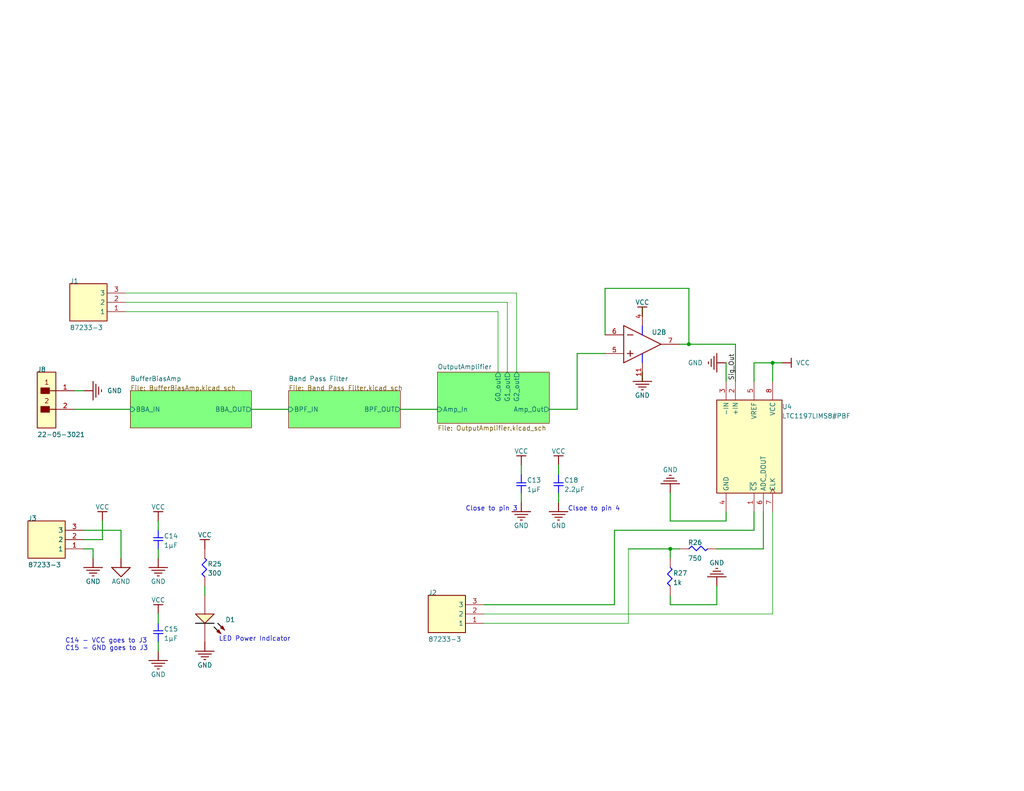
<source format=kicad_sch>
(kicad_sch (version 20230121) (generator eeschema)
  (paper "A")
  (lib_symbols
    (symbol "AcousticsSingleChannel-altium-import:AGND" (power)
      (property "Reference" "#PWR" (at 0 0 0))
      (property "Value" "AGND" (at 0 6.35 0))
      (symbol "AGND_0_0"
        (polyline (pts (xy 0 0) (xy 0 -2.54)) (stroke (width 0.254)))
        (polyline (pts (xy -2.54 -2.54) (xy 2.54 -2.54) (xy 0 -5.08) (xy -2.54 -2.54)) (stroke (width 0.254)))
        (pin power_in line (at 0 0 0) (length 0) hide (name "AGND") (number ""))
      )
    )
    (symbol "AcousticsSingleChannel-altium-import:GND" (power)
      (property "Reference" "#PWR" (at 0 0 0))
      (property "Value" "GND" (at 0 6.35 0))
      (symbol "GND_0_0"
        (polyline (pts (xy -2.54 -2.54) (xy 2.54 -2.54)) (stroke (width 0.254)))
        (polyline (pts (xy -1.778 -3.302) (xy 1.778 -3.302)) (stroke (width 0.254)))
        (polyline (pts (xy -1.016 -4.064) (xy 1.016 -4.064)) (stroke (width 0.254)))
        (polyline (pts (xy -0.254 -4.826) (xy 0.254 -4.826)) (stroke (width 0.254)))
        (polyline (pts (xy 0 0) (xy 0 -2.54)) (stroke (width 0.254)))
        (pin power_in line (at 0 0 0) (length 0) hide (name "GND") (number ""))
      )
    )
    (symbol "AcousticsSingleChannel-altium-import:VCC" (power)
      (property "Reference" "#PWR" (at 0 0 0))
      (property "Value" "VCC" (at 0 3.81 0))
      (symbol "VCC_0_0"
        (polyline (pts (xy -1.27 -2.54) (xy 1.27 -2.54)) (stroke (width 0.254)))
        (polyline (pts (xy 0 0) (xy 0 -2.54)) (stroke (width 0.254)))
        (pin power_in line (at 0 0 0) (length 0) hide (name "VCC") (number ""))
      )
    )
    (symbol "AcousticsSingleChannel-altium-import:root_0_3bc925449376181038e59eaffc5286c"
      (symbol "root_0_3bc925449376181038e59eaffc5286c_1_0"
        (rectangle (start -6.858 -4.318) (end -9.144 -5.842) (stroke (width 0.254)) (fill (type outline)))
        (rectangle (start -6.858 0.762) (end -9.144 -0.762) (stroke (width 0.254)) (fill (type outline)))
        (rectangle (start -5.08 5.08) (end -10.16 -10.16) (stroke (width 0.254)) (fill (type background)))
        (polyline (pts (xy -6.858 -5.08) (xy -5.08 -5.08)) (stroke (width 0.254)))
        (polyline (pts (xy -6.858 0) (xy -5.08 0)) (stroke (width 0.254)))
        (text "1" (at -6.858 3.048 0) (effects (font (size 1.27 1.27)) (justify right top)))
        (text "2" (at -6.858 -2.032 0) (effects (font (size 1.27 1.27)) (justify right top)))
        (pin passive line (at 0 0 180) (length 5.08) (name "1") (number "1"))
        (pin passive line (at 0 -5.08 180) (length 5.08) (name "2") (number "2"))
      )
    )
    (symbol "AcousticsSingleChannel-altium-import:root_0_ERJ-3EKF7500V"
      (symbol "root_0_ERJ-3EKF7500V_1_0"
        (polyline (pts (xy -1.778 0.762) (xy -2.54 0)) (stroke (width 0.254) (color 0 0 255 1)))
        (polyline (pts (xy -1.778 0.762) (xy -0.508 -0.508) (xy 0.762 0.762) (xy 2.032 -0.508) (xy 2.54 0)) (stroke (width 0.254) (color 0 0 255 1)))
        (pin passive line (at -5.08 0 0) (length 2.54) (name "1") (number "1"))
        (pin passive line (at 5.08 0 180) (length 2.54) (name "2") (number "2"))
      )
    )
    (symbol "AcousticsSingleChannel-altium-import:root_0_GCM188R70J225KE22D"
      (symbol "root_0_GCM188R70J225KE22D_1_0"
        (polyline (pts (xy -1.27 -0.508) (xy 1.27 -0.508)) (stroke (width 0.254) (color 0 0 255 1)))
        (polyline (pts (xy -1.27 0.254) (xy 1.27 0.254)) (stroke (width 0.254) (color 0 0 255 1)))
        (polyline (pts (xy 0 -2.54) (xy 0 -0.508)) (stroke (width 0.254) (color 0 0 255 1)))
        (polyline (pts (xy 0 0.254) (xy 0 2.54)) (stroke (width 0.254) (color 0 0 255 1)))
        (pin passive line (at 0 2.54 270) (length 0) (name "1") (number "1"))
        (pin passive line (at 0 -2.54 90) (length 0) (name "2") (number "2"))
      )
    )
    (symbol "AcousticsSingleChannel-altium-import:root_0_GRM185C80J105KE26D"
      (symbol "root_0_GRM185C80J105KE26D_1_0"
        (polyline (pts (xy -1.27 -0.508) (xy 1.27 -0.508)) (stroke (width 0.254) (color 0 0 255 1)))
        (polyline (pts (xy -1.27 0.254) (xy 1.27 0.254)) (stroke (width 0.254) (color 0 0 255 1)))
        (polyline (pts (xy 0 -2.54) (xy 0 -0.508)) (stroke (width 0.254) (color 0 0 255 1)))
        (polyline (pts (xy 0 0.254) (xy 0 2.54)) (stroke (width 0.254) (color 0 0 255 1)))
        (pin passive line (at 0 2.54 270) (length 0) (name "1") (number "1"))
        (pin passive line (at 0 -2.54 90) (length 0) (name "2") (number "2"))
      )
    )
    (symbol "AcousticsSingleChannel-altium-import:root_0_TI-OPA16X4_4XXX-14"
      (symbol "root_0_TI-OPA16X4_4XXX-14_0_0"
        (pin power_in line (at 5.08 -15.24 90) (length 5.08) (name "V-") (number "11"))
        (pin power_in line (at 5.08 5.08 270) (length 5.08) (name "V+") (number "4"))
      )
      (symbol "root_0_TI-OPA16X4_4XXX-14_1_0"
        (polyline (pts (xy 0 -10.16) (xy 10.16 -5.08)) (stroke (width 0.254)))
        (polyline (pts (xy 0 0) (xy 0 -10.16)) (stroke (width 0.254)))
        (polyline (pts (xy 0 0) (xy 10.16 -5.08)) (stroke (width 0.254)))
        (polyline (pts (xy 1.016 -7.62) (xy 2.54 -7.62)) (stroke (width 0.254)))
        (polyline (pts (xy 1.016 -2.54) (xy 2.54 -2.54)) (stroke (width 0.254)))
        (polyline (pts (xy 1.778 -6.858) (xy 1.778 -8.382)) (stroke (width 0.254)))
        (polyline (pts (xy 5.08 -7.62) (xy 5.08 -10.16)) (stroke (width 0.254) (color 0 0 255 1)))
        (polyline (pts (xy 5.08 0) (xy 5.08 -2.54)) (stroke (width 0.254) (color 0 0 255 1)))
        (pin output line (at 15.24 -5.08 180) (length 5.08) (name "OUT_A") (number "1"))
        (pin input line (at -5.08 -2.54 0) (length 5.08) (name "IN_A-") (number "2"))
        (pin input line (at -5.08 -7.62 0) (length 5.08) (name "IN_A+") (number "3"))
      )
      (symbol "root_0_TI-OPA16X4_4XXX-14_2_0"
        (polyline (pts (xy 0 -10.16) (xy 10.16 -5.08)) (stroke (width 0.254)))
        (polyline (pts (xy 0 0) (xy 0 -10.16)) (stroke (width 0.254)))
        (polyline (pts (xy 0 0) (xy 10.16 -5.08)) (stroke (width 0.254)))
        (polyline (pts (xy 1.016 -7.62) (xy 2.54 -7.62)) (stroke (width 0.254)))
        (polyline (pts (xy 1.016 -2.54) (xy 2.54 -2.54)) (stroke (width 0.254)))
        (polyline (pts (xy 1.778 -6.858) (xy 1.778 -8.382)) (stroke (width 0.254)))
        (polyline (pts (xy 5.08 -7.62) (xy 5.08 -10.16)) (stroke (width 0.254) (color 0 0 255 1)))
        (polyline (pts (xy 5.08 0) (xy 5.08 -2.54)) (stroke (width 0.254) (color 0 0 255 1)))
        (pin input line (at -5.08 -7.62 0) (length 5.08) (name "IN_B+") (number "5"))
        (pin input line (at -5.08 -2.54 0) (length 5.08) (name "IN_B-") (number "6"))
        (pin output line (at 15.24 -5.08 180) (length 5.08) (name "OUT_B") (number "7"))
      )
      (symbol "root_0_TI-OPA16X4_4XXX-14_3_0"
        (polyline (pts (xy 0 -10.16) (xy 10.16 -5.08)) (stroke (width 0.254)))
        (polyline (pts (xy 0 0) (xy 0 -10.16)) (stroke (width 0.254)))
        (polyline (pts (xy 0 0) (xy 10.16 -5.08)) (stroke (width 0.254)))
        (polyline (pts (xy 1.016 -7.62) (xy 2.54 -7.62)) (stroke (width 0.254)))
        (polyline (pts (xy 1.016 -2.54) (xy 2.54 -2.54)) (stroke (width 0.254)))
        (polyline (pts (xy 1.778 -6.858) (xy 1.778 -8.382)) (stroke (width 0.254)))
        (polyline (pts (xy 5.08 -7.62) (xy 5.08 -10.16)) (stroke (width 0.254) (color 0 0 255 1)))
        (polyline (pts (xy 5.08 0) (xy 5.08 -2.54)) (stroke (width 0.254) (color 0 0 255 1)))
        (pin input line (at -5.08 -7.62 0) (length 5.08) (name "IN_C+") (number "10"))
        (pin output line (at 15.24 -5.08 180) (length 5.08) (name "OUT_C") (number "8"))
        (pin input line (at -5.08 -2.54 0) (length 5.08) (name "IN_C-") (number "9"))
      )
      (symbol "root_0_TI-OPA16X4_4XXX-14_4_0"
        (polyline (pts (xy 0 -10.16) (xy 10.16 -5.08)) (stroke (width 0.254)))
        (polyline (pts (xy 0 0) (xy 0 -10.16)) (stroke (width 0.254)))
        (polyline (pts (xy 0 0) (xy 10.16 -5.08)) (stroke (width 0.254)))
        (polyline (pts (xy 1.016 -7.62) (xy 2.54 -7.62)) (stroke (width 0.254)))
        (polyline (pts (xy 1.016 -2.54) (xy 2.54 -2.54)) (stroke (width 0.254)))
        (polyline (pts (xy 1.778 -6.858) (xy 1.778 -8.382)) (stroke (width 0.254)))
        (polyline (pts (xy 5.08 -7.62) (xy 5.08 -10.16)) (stroke (width 0.254) (color 0 0 255 1)))
        (polyline (pts (xy 5.08 0) (xy 5.08 -2.54)) (stroke (width 0.254) (color 0 0 255 1)))
        (pin input line (at -5.08 -7.62 0) (length 5.08) (name "IN_D+") (number "12"))
        (pin input line (at -5.08 -2.54 0) (length 5.08) (name "IN_D-") (number "13"))
        (pin output line (at 15.24 -5.08 180) (length 5.08) (name "OUT_D") (number "14"))
      )
    )
    (symbol "AcousticsSingleChannel-altium-import:root_1_ERJ-3EKF1001V"
      (symbol "root_1_ERJ-3EKF1001V_1_0"
        (polyline (pts (xy -0.762 -1.778) (xy 0 -2.54)) (stroke (width 0.254) (color 0 0 255 1)))
        (polyline (pts (xy -0.762 -1.778) (xy 0.508 -0.508) (xy -0.762 0.762) (xy 0.508 2.032) (xy 0 2.54)) (stroke (width 0.254) (color 0 0 255 1)))
        (pin passive line (at 0 -5.08 90) (length 2.54) (name "1") (number "1"))
        (pin passive line (at 0 5.08 270) (length 2.54) (name "2") (number "2"))
      )
    )
    (symbol "AcousticsSingleChannel-altium-import:root_1_ERJ-3EKF3000V"
      (symbol "root_1_ERJ-3EKF3000V_1_0"
        (polyline (pts (xy -0.762 -1.778) (xy 0 -2.54)) (stroke (width 0.254) (color 0 0 255 1)))
        (polyline (pts (xy -0.762 -1.778) (xy 0.508 -0.508) (xy -0.762 0.762) (xy 0.508 2.032) (xy 0 2.54)) (stroke (width 0.254) (color 0 0 255 1)))
        (pin passive line (at 0 -5.08 90) (length 2.54) (name "1") (number "1"))
        (pin passive line (at 0 5.08 270) (length 2.54) (name "2") (number "2"))
      )
    )
    (symbol "AcousticsSingleChannel-altium-import:root_2_87233-3"
      (symbol "root_2_87233-3_1_0"
        (rectangle (start 5.08 5.08) (end -5.08 -5.08) (stroke (width 0.254)) (fill (type background)))
        (pin power_in line (at 10.16 -2.54 180) (length 5.08) (name "1") (number "1"))
        (pin power_in line (at 10.16 0 180) (length 5.08) (name "2") (number "2"))
        (pin power_in line (at 10.16 2.54 180) (length 5.08) (name "3") (number "3"))
      )
    )
    (symbol "AcousticsSingleChannel-altium-import:root_2_GCM188R71C105KA64D"
      (symbol "root_2_GCM188R71C105KA64D_1_0"
        (polyline (pts (xy 0 -0.254) (xy 0 -2.54)) (stroke (width 0.254) (color 0 0 255 1)))
        (polyline (pts (xy 0 2.54) (xy 0 0.508)) (stroke (width 0.254) (color 0 0 255 1)))
        (polyline (pts (xy 1.27 -0.254) (xy -1.27 -0.254)) (stroke (width 0.254) (color 0 0 255 1)))
        (polyline (pts (xy 1.27 0.508) (xy -1.27 0.508)) (stroke (width 0.254) (color 0 0 255 1)))
        (pin passive line (at 0 -2.54 90) (length 0) (name "1") (number "1"))
        (pin passive line (at 0 2.54 270) (length 0) (name "2") (number "2"))
      )
    )
    (symbol "AcousticsSingleChannel-altium-import:root_3_LED-RED-AK-2"
      (symbol "root_3_LED-RED-AK-2_1_0"
        (polyline (pts (xy 0 -3.556) (xy 1.778 -5.334)) (stroke (width 0.254) (color 0 0 0 1)))
        (polyline (pts (xy 0 -2.54) (xy -5.08 -2.54)) (stroke (width 0.254) (color 0 0 0 1)))
        (polyline (pts (xy 1.016 -2.54) (xy 2.794 -4.318)) (stroke (width 0.254) (color 0 0 0 1)))
        (polyline (pts (xy -5.08 0) (xy -2.54 -2.54) (xy 0 0) (xy -5.08 0)) (stroke (width 0.254)) (fill (type background)))
        (polyline (pts (xy 1.778 -5.334) (xy 1.27 -4.318) (xy 0.762 -4.826) (xy 1.778 -5.334)) (stroke (width 0.254)) (fill (type outline)))
        (polyline (pts (xy 2.794 -4.318) (xy 2.286 -3.302) (xy 1.778 -3.81) (xy 2.794 -4.318)) (stroke (width 0.254)) (fill (type outline)))
        (pin passive line (at -2.54 5.08 270) (length 5.08) (name "A") (number "1"))
        (pin passive line (at -2.54 -7.62 90) (length 5.08) (name "K") (number "2"))
      )
    )
    (symbol "AcousticsSingleChannel-altium-import:root_3_b4ff916109b4f52b6d17af6699a3653"
      (symbol "root_3_b4ff916109b4f52b6d17af6699a3653_1_0"
        (rectangle (start 2.54 -5.08) (end -15.24 -30.48) (stroke (width 0.254)) (fill (type background)))
        (pin input line (at -5.08 -35.56 90) (length 5.08) (name "~{CS}") (number "1"))
        (pin passive line (at -10.16 0 270) (length 5.08) (name "+IN") (number "2"))
        (pin passive line (at -12.7 0 270) (length 5.08) (name "-IN") (number "3"))
        (pin power_in line (at -12.7 -35.56 90) (length 5.08) (name "GND") (number "4"))
        (pin passive line (at -5.08 0 270) (length 5.08) (name "VREF") (number "5"))
        (pin output line (at -2.54 -35.56 90) (length 5.08) (name "ADC_DOUT") (number "6"))
        (pin input clock (at 0 -35.56 90) (length 5.08) (name "CLK") (number "7"))
        (pin power_in line (at 0 0 270) (length 5.08) (name "VCC") (number "8"))
      )
    )
  )
  (junction (at 182.88 149.86))
  (junction (at 187.96 93.98))
  (junction (at 210.82 99.06))
  (wire (pts (xy 20.32 111.76) (xy 35.56 111.76)) (stroke (width 0.254)))
  (wire (pts (xy 138.43 82.55) (xy 34.29 82.55)))
  (wire (pts (xy 22.86 106.68) (xy 20.32 106.68)) (stroke (width 0.254)))
  (wire (pts (xy 27.94 147.32) (xy 22.86 147.32)) (stroke (width 0.254)))
  (wire (pts (xy 152.4 134.62) (xy 152.4 137.16)) (stroke (width 0.254)))
  (wire (pts (xy 138.43 101.6) (xy 138.43 82.55)))
  (wire (pts (xy 132.08 167.64) (xy 210.82 167.64)))
  (wire (pts (xy 182.88 142.24) (xy 182.88 134.62)) (stroke (width 0.254)))
  (wire (pts (xy 43.18 149.86) (xy 43.18 152.4)) (stroke (width 0.254)))
  (wire (pts (xy 171.45 149.86) (xy 182.88 149.86)) (stroke (width 0.254)))
  (wire (pts (xy 157.48 96.52) (xy 165.1 96.52)) (stroke (width 0.254)))
  (wire (pts (xy 140.97 80.01) (xy 34.29 80.01)))
  (wire (pts (xy 198.12 104.14) (xy 198.12 99.06)) (stroke (width 0.254)))
  (wire (pts (xy 25.4 149.86) (xy 22.86 149.86)) (stroke (width 0.254)))
  (wire (pts (xy 210.82 99.06) (xy 205.74 99.06)) (stroke (width 0.254)))
  (wire (pts (xy 43.18 144.78) (xy 43.18 142.24)) (stroke (width 0.254)))
  (wire (pts (xy 68.58 111.76) (xy 78.74 111.76)) (stroke (width 0.254)))
  (wire (pts (xy 182.88 162.56) (xy 182.88 165.1)) (stroke (width 0.254)))
  (wire (pts (xy 195.58 165.1) (xy 195.58 160.02)) (stroke (width 0.254)))
  (wire (pts (xy 165.1 78.74) (xy 165.1 91.44)) (stroke (width 0.254)))
  (wire (pts (xy 33.02 144.78) (xy 22.86 144.78)) (stroke (width 0.254)))
  (wire (pts (xy 208.28 149.86) (xy 208.28 139.7)) (stroke (width 0.254)))
  (wire (pts (xy 198.12 142.24) (xy 182.88 142.24)) (stroke (width 0.254)))
  (wire (pts (xy 135.89 85.09) (xy 135.89 101.6)))
  (wire (pts (xy 27.94 142.24) (xy 27.94 147.32)) (stroke (width 0.254)))
  (wire (pts (xy 205.74 99.06) (xy 205.74 104.14)) (stroke (width 0.254)))
  (wire (pts (xy 200.66 93.98) (xy 200.66 104.14)) (stroke (width 0.254)))
  (wire (pts (xy 175.26 101.6) (xy 175.26 104.14)) (stroke (width 0.254)))
  (wire (pts (xy 187.96 78.74) (xy 165.1 78.74)) (stroke (width 0.254)))
  (wire (pts (xy 34.29 85.09) (xy 135.89 85.09)))
  (wire (pts (xy 198.12 139.7) (xy 198.12 142.24)) (stroke (width 0.254)))
  (wire (pts (xy 25.4 152.4) (xy 25.4 149.86)) (stroke (width 0.254)))
  (wire (pts (xy 142.24 129.54) (xy 142.24 127)) (stroke (width 0.254)))
  (wire (pts (xy 187.96 93.98) (xy 187.96 78.74)) (stroke (width 0.254)))
  (wire (pts (xy 182.88 165.1) (xy 195.58 165.1)) (stroke (width 0.254)))
  (wire (pts (xy 132.08 170.18) (xy 171.45 170.18)))
  (wire (pts (xy 33.02 152.4) (xy 33.02 144.78)) (stroke (width 0.254)))
  (wire (pts (xy 175.26 86.36) (xy 175.26 83.82)) (stroke (width 0.254)))
  (wire (pts (xy 171.45 149.86) (xy 171.45 170.18)))
  (wire (pts (xy 185.42 93.98) (xy 187.96 93.98)) (stroke (width 0.254)))
  (wire (pts (xy 140.97 101.6) (xy 140.97 80.01)))
  (wire (pts (xy 210.82 99.06) (xy 210.82 104.14)) (stroke (width 0.254)))
  (wire (pts (xy 157.48 111.76) (xy 157.48 96.52)) (stroke (width 0.254)))
  (wire (pts (xy 149.86 111.76) (xy 157.48 111.76)) (stroke (width 0.254)))
  (wire (pts (xy 210.82 139.7) (xy 210.82 167.64)))
  (wire (pts (xy 187.96 93.98) (xy 200.66 93.98)) (stroke (width 0.254)))
  (wire (pts (xy 167.64 165.1) (xy 167.64 144.78)) (stroke (width 0.254)))
  (wire (pts (xy 43.18 175.26) (xy 43.18 177.8)) (stroke (width 0.254)))
  (wire (pts (xy 132.08 165.1) (xy 167.64 165.1)) (stroke (width 0.254)))
  (wire (pts (xy 182.88 149.86) (xy 182.88 152.4)) (stroke (width 0.254)))
  (wire (pts (xy 205.74 144.78) (xy 205.74 139.7)) (stroke (width 0.254)))
  (wire (pts (xy 185.42 149.86) (xy 182.88 149.86)) (stroke (width 0.254)))
  (wire (pts (xy 152.4 129.54) (xy 152.4 127)) (stroke (width 0.254)))
  (wire (pts (xy 55.88 160.02) (xy 55.88 162.56)) (stroke (width 0.254)))
  (wire (pts (xy 109.22 111.76) (xy 119.38 111.76)) (stroke (width 0.254)))
  (wire (pts (xy 195.58 149.86) (xy 208.28 149.86)) (stroke (width 0.254)))
  (wire (pts (xy 167.64 144.78) (xy 205.74 144.78)) (stroke (width 0.254)))
  (wire (pts (xy 43.18 170.18) (xy 43.18 167.64)) (stroke (width 0.254)))
  (wire (pts (xy 213.36 99.06) (xy 210.82 99.06)) (stroke (width 0.254)))
  (wire (pts (xy 142.24 134.62) (xy 142.24 137.16)) (stroke (width 0.254)))
  (text "Clsoe to pin 4" (at 154.94 139.7 0) (effects (font (size 1.27 1.27)) (justify left bottom)))
  (text "Close to pin 3" (at 127 139.7 0) (effects (font (size 1.27 1.27)) (justify left bottom)))
  (text "C14 - VCC goes to J3\nC15 - GND goes to J3" (at 17.78 177.8 0) (effects (font (size 1.27 1.27)) (justify left bottom)))
  (text "LED Power Indicator" (at 59.69 175.26 0) (effects (font (size 1.27 1.27)) (justify left bottom)))
  (label "Sig_Out" (at 200.66 96.52 270))
  (symbol (lib_id "AcousticsSingleChannel-altium-import:GND") (at 182.88 134.62 180) (unit 1)
    (property "Reference" "#PWR0103" (effects hide))
    (property "Value" "GND" (at 182.88 128.27 0))
  )
  (symbol (lib_id "AcousticsSingleChannel-altium-import:root_0_TI-OPA16X4_4XXX-14") (at 170.18 88.9 0) (unit 2)
    (property "Reference" "U2" (at 177.8 91.44 0) (effects (justify left bottom)))
    (property "Value" "OPA1604AIPWR" (effects hide))
    (property "Footprint" "AltiumImports:PW0014A_N" (effects hide))
    (property "Part Number" "OPA1604AIPWR" (effects hide))
  )
  (symbol (lib_id "AcousticsSingleChannel-altium-import:GND") (at 142.24 137.16 0) (unit 1)
    (property "Reference" "#PWR0107" (effects hide))
    (property "Value" "GND" (at 142.24 143.51 0))
  )
  (symbol (lib_id "AcousticsSingleChannel-altium-import:root_1_ERJ-3EKF3000V") (at 55.88 154.94 0) (unit 1)
    (property "Reference" "R25" (at 56.642 154.686 0) (effects (justify left bottom)))
    (property "Value" "300" (at 56.642 157.226 0) (effects (justify left bottom)))
    (property "Footprint" "AltiumImports:SMD-0603-RES" (effects hide))
    (property "Part Number" "ERJ-3EKF3000V" (effects hide))
  )
  (symbol (lib_id "AcousticsSingleChannel-altium-import:VCC") (at 43.18 167.64 180) (unit 1)
    (property "Reference" "#PWR0117" (effects hide))
    (property "Value" "VCC" (at 43.18 163.83 0))
  )
  (symbol (lib_id "AcousticsSingleChannel-altium-import:GND") (at 43.18 152.4 0) (unit 1)
    (property "Reference" "#PWR0114" (effects hide))
    (property "Value" "GND" (at 43.18 158.75 0))
  )
  (symbol (lib_id "AcousticsSingleChannel-altium-import:GND") (at 55.88 175.26 0) (unit 1)
    (property "Reference" "#PWR0119" (effects hide))
    (property "Value" "GND" (at 55.88 181.61 0))
  )
  (symbol (lib_id "AcousticsSingleChannel-altium-import:GND") (at 22.86 106.68 90) (unit 1)
    (property "Reference" "#PWR0113" (effects hide))
    (property "Value" "GND" (at 29.21 106.68 90) (effects (justify right)))
  )
  (symbol (lib_id "AcousticsSingleChannel-altium-import:root_0_ERJ-3EKF7500V") (at 190.5 149.86 0) (unit 1)
    (property "Reference" "R26" (at 187.706 148.844 0) (effects (justify left bottom)))
    (property "Value" "750" (at 187.706 153.162 0) (effects (justify left bottom)))
    (property "Footprint" "AltiumImports:SMD-0603-RES" (effects hide))
    (property "Part Number" "ERJ-3EKF7500V" (effects hide))
  )
  (symbol (lib_id "AcousticsSingleChannel-altium-import:GND") (at 25.4 152.4 0) (unit 1)
    (property "Reference" "#PWR0112" (effects hide))
    (property "Value" "GND" (at 25.4 158.75 0))
  )
  (symbol (lib_id "AcousticsSingleChannel-altium-import:root_2_GCM188R71C105KA64D") (at 43.18 172.72 0) (unit 1)
    (property "Reference" "C15" (at 44.704 172.466 0) (effects (justify left bottom)))
    (property "Value" "1µF" (at 44.704 175.006 0) (effects (justify left bottom)))
    (property "Footprint" "AltiumImports:SMD-0603C" (effects hide))
    (property "Part Number" "CL10A105KA8NNNC" (effects hide))
  )
  (symbol (lib_id "AcousticsSingleChannel-altium-import:root_2_87233-3") (at 12.7 147.32 0) (unit 1)
    (property "Reference" "J3" (at 7.62 142.24 0) (effects (justify left bottom)))
    (property "Value" "87233-3" (at 7.62 154.94 0) (effects (justify left bottom)))
    (property "Footprint" "AltiumImports:TE_87233-3" (effects hide))
    (property "Part Number" "87233-3" (effects hide))
  )
  (symbol (lib_id "AcousticsSingleChannel-altium-import:VCC") (at 213.36 99.06 90) (unit 1)
    (property "Reference" "#PWR0101" (effects hide))
    (property "Value" "VCC" (at 217.17 99.06 90) (effects (justify right)))
  )
  (symbol (lib_id "AcousticsSingleChannel-altium-import:root_3_b4ff916109b4f52b6d17af6699a3653") (at 210.82 104.14 0) (unit 1)
    (property "Reference" "U4" (at 213.36 111.76 0) (effects (justify left bottom)))
    (property "Value" "LTC1197LIMS8#PBF" (at 213.36 114.3 0) (effects (justify left bottom)))
    (property "Footprint" "AltiumImports:FP-MS8-8-05-08-1660-IPC_A" (effects hide))
    (property "Part Number" "LTC1197LIMS8#PBF" (effects hide))
  )
  (symbol (lib_id "AcousticsSingleChannel-altium-import:root_2_87233-3") (at 121.92 167.64 0) (unit 1)
    (property "Reference" "J2" (at 116.84 162.56 0) (effects (justify left bottom)))
    (property "Value" "87233-3" (at 116.84 175.26 0) (effects (justify left bottom)))
    (property "Footprint" "AltiumImports:TE_87233-3" (effects hide))
    (property "Part Number" "87233-3" (effects hide))
  )
  (symbol (lib_id "AcousticsSingleChannel-altium-import:VCC") (at 55.88 149.86 180) (unit 1)
    (property "Reference" "#PWR0120" (effects hide))
    (property "Value" "VCC" (at 55.88 146.05 0))
  )
  (symbol (lib_id "AcousticsSingleChannel-altium-import:AGND") (at 33.02 152.4 0) (unit 1)
    (property "Reference" "#PWR0115" (effects hide))
    (property "Value" "AGND" (at 33.02 158.75 0))
  )
  (symbol (lib_id "AcousticsSingleChannel-altium-import:root_0_GRM185C80J105KE26D") (at 142.24 132.08 0) (unit 1)
    (property "Reference" "C13" (at 143.764 131.826 0) (effects (justify left bottom)))
    (property "Value" "1µF" (at 143.764 134.366 0) (effects (justify left bottom)))
    (property "Footprint" "AltiumImports:SMD-0603C" (effects hide))
    (property "Part Number" "GRM185C80J105KE26D" (effects hide))
  )
  (symbol (lib_id "AcousticsSingleChannel-altium-import:VCC") (at 43.18 142.24 180) (unit 1)
    (property "Reference" "#PWR0116" (effects hide))
    (property "Value" "VCC" (at 43.18 138.43 0))
  )
  (symbol (lib_id "AcousticsSingleChannel-altium-import:GND") (at 175.26 101.6 0) (unit 1)
    (property "Reference" "#PWR0109" (effects hide))
    (property "Value" "GND" (at 175.26 107.95 0))
  )
  (symbol (lib_id "AcousticsSingleChannel-altium-import:GND") (at 43.18 177.8 0) (unit 1)
    (property "Reference" "#PWR0118" (effects hide))
    (property "Value" "GND" (at 43.18 184.15 0))
  )
  (symbol (lib_id "AcousticsSingleChannel-altium-import:VCC") (at 142.24 127 180) (unit 1)
    (property "Reference" "#PWR0106" (effects hide))
    (property "Value" "VCC" (at 142.24 123.19 0))
  )
  (symbol (lib_id "AcousticsSingleChannel-altium-import:GND") (at 198.12 99.06 270) (unit 1)
    (property "Reference" "#PWR0102" (effects hide))
    (property "Value" "GND" (at 191.77 99.06 90) (effects (justify right)))
  )
  (symbol (lib_id "AcousticsSingleChannel-altium-import:VCC") (at 175.26 86.36 180) (unit 1)
    (property "Reference" "#PWR0110" (effects hide))
    (property "Value" "VCC" (at 175.26 82.55 0))
  )
  (symbol (lib_id "AcousticsSingleChannel-altium-import:VCC") (at 27.94 142.24 180) (unit 1)
    (property "Reference" "#PWR0111" (effects hide))
    (property "Value" "VCC" (at 27.94 138.43 0))
  )
  (symbol (lib_id "AcousticsSingleChannel-altium-import:root_1_ERJ-3EKF1001V") (at 182.88 157.48 0) (unit 1)
    (property "Reference" "R27" (at 183.642 157.226 0) (effects (justify left bottom)))
    (property "Value" "1k" (at 183.642 159.766 0) (effects (justify left bottom)))
    (property "Footprint" "AltiumImports:SMD-0603-RES" (effects hide))
    (property "Part Number" "ERJ-3EKF1001V" (effects hide))
  )
  (symbol (lib_id "AcousticsSingleChannel-altium-import:root_2_GCM188R71C105KA64D") (at 43.18 147.32 0) (unit 1)
    (property "Reference" "C14" (at 44.704 147.066 0) (effects (justify left bottom)))
    (property "Value" "1µF" (at 44.704 149.606 0) (effects (justify left bottom)))
    (property "Footprint" "AltiumImports:SMD-0603C" (effects hide))
    (property "Part Number" "CL10A105KA8NNNC" (effects hide))
  )
  (symbol (lib_id "AcousticsSingleChannel-altium-import:VCC") (at 152.4 127 180) (unit 1)
    (property "Reference" "#PWR0105" (effects hide))
    (property "Value" "VCC" (at 152.4 123.19 0))
  )
  (symbol (lib_id "AcousticsSingleChannel-altium-import:root_0_3bc925449376181038e59eaffc5286c") (at 20.32 106.68 0) (unit 1)
    (property "Reference" "J8" (at 10.16 101.6 0) (effects (justify left bottom)))
    (property "Value" "22-05-3021" (at 10.16 119.38 0) (effects (justify left bottom)))
    (property "Footprint" "AltiumImports:FP-22-05-3021-MFG" (effects hide))
    (property "Part Number" "22-05-3021" (effects hide))
  )
  (symbol (lib_id "AcousticsSingleChannel-altium-import:root_0_GCM188R70J225KE22D") (at 152.4 132.08 0) (unit 1)
    (property "Reference" "C18" (at 153.924 131.826 0) (effects (justify left bottom)))
    (property "Value" "2.2µF" (at 153.924 134.366 0) (effects (justify left bottom)))
    (property "Footprint" "AltiumImports:SMD-0603C" (effects hide))
    (property "Part Number" "GCM188R70J225KE22D" (effects hide))
  )
  (symbol (lib_id "AcousticsSingleChannel-altium-import:GND") (at 195.58 160.02 180) (unit 1)
    (property "Reference" "#PWR0104" (effects hide))
    (property "Value" "GND" (at 195.58 153.67 0))
  )
  (symbol (lib_id "AcousticsSingleChannel-altium-import:root_3_LED-RED-AK-2") (at 58.42 167.64 0) (unit 1)
    (property "Reference" "D1" (at 61.468 169.926 0) (effects (justify left bottom)))
    (property "Value" "TLMS1100-GS08" (effects hide))
    (property "Footprint" "AltiumImports:VISH-TLMX1100_V" (effects hide))
    (property "Part Number" "150080SS75000" (effects hide))
  )
  (symbol (lib_id "AcousticsSingleChannel-altium-import:root_2_87233-3") (at 24.13 82.55 0) (unit 1)
    (property "Reference" "J1" (at 19.05 77.47 0) (effects (justify left bottom)))
    (property "Value" "87233-3" (at 19.05 90.17 0) (effects (justify left bottom)))
    (property "Footprint" "AltiumImports:TE_87233-3" (effects hide))
    (property "Part Number" "87233-3" (effects hide))
  )
  (symbol (lib_id "AcousticsSingleChannel-altium-import:GND") (at 152.4 137.16 0) (unit 1)
    (property "Reference" "#PWR0108" (effects hide))
    (property "Value" "GND" (at 152.4 143.51 0))
  )
  (sheet (at 119.38 101.6) (size 30.48 13.97) (stroke (width 0.1524) (color 128 0 0 1)) (fill (color 128 255 128 1.0000))
    (property "Sheetname" "OutputAmplifier" (at 119.38 100.8884 0) (effects (justify left bottom)))
    (property "Sheetfile" "OutputAmplifier.kicad_sch" (at 119.38 116.1546 0) (effects (justify left top)))
    (pin "Amp_Out" output (at 149.86 111.76 0))
    (pin "G1_out" output (at 138.43 101.6 90))
    (pin "G0_out" output (at 135.89 101.6 90))
    (pin "G2_out" output (at 140.97 101.6 90))
    (pin "Amp_In" input (at 119.38 111.76 180))
  )
  (sheet (at 78.74 106.68) (size 30.48 10.16) (stroke (width 0) (color 128 0 0 1)) (fill (color 128 255 128 1.0000))
    (property "Sheetname" "Band Pass Filter" (at 78.74 104.14 0) (effects (justify left bottom)))
    (property "Sheetfile" "Band Pass Filter.kicad_sch" (at 78.74 106.68 0) (effects (justify left bottom)))
    (pin "BPF_IN" input (at 78.74 111.76 180))
    (pin "BPF_OUT" output (at 109.22 111.76 0))
  )
  (sheet (at 35.56 106.68) (size 33.02 10.16) (stroke (width 0) (color 128 0 0 1)) (fill (color 128 255 128 1.0000))
    (property "Sheetname" "BufferBiasAmp" (at 35.56 104.14 0) (effects (justify left bottom)))
    (property "Sheetfile" "BufferBiasAmp.kicad_sch" (at 35.56 106.68 0) (effects (justify left bottom)))
    (pin "BBA_IN" input (at 35.56 111.76 180))
    (pin "BBA_OUT" output (at 68.58 111.76 0))
  )
)
</source>
